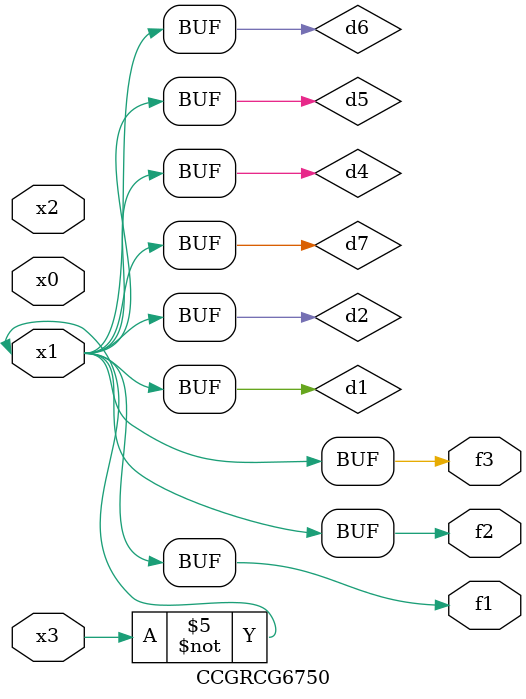
<source format=v>
module CCGRCG6750(
	input x0, x1, x2, x3,
	output f1, f2, f3
);

	wire d1, d2, d3, d4, d5, d6, d7;

	not (d1, x3);
	buf (d2, x1);
	xnor (d3, d1, d2);
	nor (d4, d1);
	buf (d5, d1, d2);
	buf (d6, d4, d5);
	nand (d7, d4);
	assign f1 = d6;
	assign f2 = d7;
	assign f3 = d6;
endmodule

</source>
